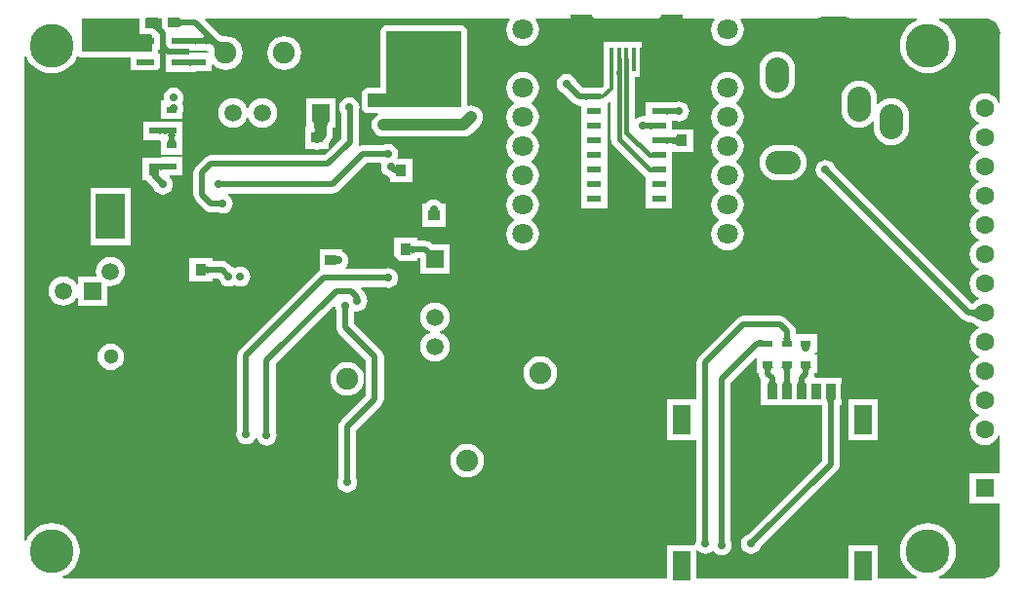
<source format=gbl>
G04*
G04 #@! TF.GenerationSoftware,Altium Limited,Altium Designer,18.1.6 (161)*
G04*
G04 Layer_Physical_Order=4*
G04 Layer_Color=16711680*
%FSLAX25Y25*%
%MOIN*%
G70*
G01*
G75*
G04:AMPARAMS|DCode=25|XSize=60mil|YSize=60mil|CornerRadius=15mil|HoleSize=0mil|Usage=FLASHONLY|Rotation=90.000|XOffset=0mil|YOffset=0mil|HoleType=Round|Shape=RoundedRectangle|*
%AMROUNDEDRECTD25*
21,1,0.06000,0.03000,0,0,90.0*
21,1,0.03000,0.06000,0,0,90.0*
1,1,0.03000,0.01500,0.01500*
1,1,0.03000,0.01500,-0.01500*
1,1,0.03000,-0.01500,-0.01500*
1,1,0.03000,-0.01500,0.01500*
%
%ADD25ROUNDEDRECTD25*%
%ADD26R,0.06000X0.06000*%
%ADD27R,0.03740X0.03937*%
%ADD31R,0.03937X0.03740*%
%ADD32R,0.05906X0.02362*%
%ADD33R,0.03543X0.02362*%
%ADD95C,0.01200*%
%ADD96C,0.02000*%
%ADD99C,0.04000*%
%ADD101R,0.05984X0.05984*%
%ADD102C,0.05984*%
%ADD103C,0.07500*%
%ADD104C,0.05906*%
%ADD105R,0.05906X0.05906*%
%ADD106R,0.05984X0.05984*%
%ADD107C,0.07087*%
%ADD108O,0.08000X0.12000*%
%ADD109O,0.12000X0.08000*%
%ADD110O,0.15000X0.08000*%
%ADD111C,0.15000*%
%ADD112C,0.06299*%
%ADD113R,0.06299X0.06299*%
%ADD114C,0.05118*%
%ADD115C,0.02800*%
%ADD116C,0.02362*%
%ADD117R,0.09843X0.15748*%
%ADD118R,0.01575X0.07874*%
%ADD119R,0.07480X0.07480*%
%ADD120R,0.06142X0.10276*%
%ADD121R,0.03543X0.05315*%
G04:AMPARAMS|DCode=122|XSize=98.43mil|YSize=169.29mil|CornerRadius=24.61mil|HoleSize=0mil|Usage=FLASHONLY|Rotation=180.000|XOffset=0mil|YOffset=0mil|HoleType=Round|Shape=RoundedRectangle|*
%AMROUNDEDRECTD122*
21,1,0.09843,0.12008,0,0,180.0*
21,1,0.04921,0.16929,0,0,180.0*
1,1,0.04921,-0.02461,0.06004*
1,1,0.04921,0.02461,0.06004*
1,1,0.04921,0.02461,-0.06004*
1,1,0.04921,-0.02461,-0.06004*
%
%ADD122ROUNDEDRECTD122*%
%ADD123R,0.04724X0.02362*%
%ADD124C,0.01500*%
G36*
X886772Y467916D02*
X904952D01*
X905173Y467467D01*
X904658Y466796D01*
X904099Y465447D01*
X903909Y464000D01*
X904099Y462553D01*
X904658Y461204D01*
X905546Y460046D01*
X906704Y459158D01*
X908053Y458599D01*
X909500Y458409D01*
X910947Y458599D01*
X912296Y459158D01*
X913453Y460046D01*
X914342Y461204D01*
X914901Y462553D01*
X915091Y464000D01*
X914901Y465447D01*
X914342Y466796D01*
X913827Y467467D01*
X914048Y467916D01*
X974275D01*
X974347Y467434D01*
X972696Y466551D01*
X971250Y465364D01*
X970063Y463918D01*
X969181Y462267D01*
X968637Y460476D01*
X968454Y458614D01*
X968637Y456752D01*
X969181Y454961D01*
X970063Y453311D01*
X971250Y451864D01*
X972696Y450677D01*
X974347Y449795D01*
X976138Y449252D01*
X978000Y449068D01*
X979862Y449252D01*
X981653Y449795D01*
X983304Y450677D01*
X984750Y451864D01*
X985937Y453311D01*
X986819Y454961D01*
X987363Y456752D01*
X987546Y458614D01*
X987363Y460476D01*
X986819Y462267D01*
X985937Y463918D01*
X984750Y465364D01*
X983304Y466551D01*
X981653Y467434D01*
X981725Y467916D01*
X997235D01*
X997374Y467943D01*
X998649Y467775D01*
X999966Y467230D01*
X1001097Y466362D01*
X1001965Y465231D01*
X1002511Y463913D01*
X1002678Y462638D01*
X1002651Y462500D01*
Y439014D01*
X1002151Y438914D01*
X1001868Y439597D01*
X1001043Y440673D01*
X999967Y441498D01*
X998714Y442017D01*
X997370Y442194D01*
X996026Y442017D01*
X994773Y441498D01*
X993697Y440673D01*
X992872Y439597D01*
X992353Y438344D01*
X992176Y437000D01*
X992353Y435656D01*
X992872Y434403D01*
X993697Y433327D01*
X994773Y432502D01*
X995381Y432250D01*
Y431750D01*
X994773Y431498D01*
X993697Y430673D01*
X992872Y429597D01*
X992353Y428344D01*
X992176Y427000D01*
X992353Y425656D01*
X992872Y424403D01*
X993697Y423327D01*
X994773Y422502D01*
X995381Y422250D01*
Y421750D01*
X994773Y421498D01*
X993697Y420673D01*
X992872Y419597D01*
X992353Y418344D01*
X992176Y417000D01*
X992353Y415656D01*
X992872Y414403D01*
X993697Y413327D01*
X994773Y412502D01*
X995381Y412250D01*
Y411750D01*
X994773Y411498D01*
X993697Y410673D01*
X992872Y409597D01*
X992353Y408344D01*
X992176Y407000D01*
X992353Y405656D01*
X992872Y404403D01*
X993697Y403327D01*
X994773Y402502D01*
X995381Y402250D01*
Y401750D01*
X994773Y401498D01*
X993697Y400673D01*
X992872Y399597D01*
X992353Y398344D01*
X992176Y397000D01*
X992353Y395656D01*
X992872Y394403D01*
X993697Y393327D01*
X994773Y392502D01*
X995381Y392250D01*
Y391750D01*
X994773Y391498D01*
X993697Y390673D01*
X992872Y389597D01*
X992353Y388344D01*
X992176Y387000D01*
X992353Y385656D01*
X992872Y384403D01*
X993697Y383327D01*
X994773Y382502D01*
X995381Y382250D01*
Y381750D01*
X994773Y381498D01*
X993697Y380673D01*
X992872Y379597D01*
X992353Y378344D01*
X992176Y377000D01*
X992353Y375656D01*
X992872Y374403D01*
X993697Y373327D01*
X994773Y372502D01*
X995381Y372250D01*
Y371750D01*
X994773Y371498D01*
X993697Y370673D01*
X993675Y370643D01*
X993520Y370495D01*
X993383Y370380D01*
X993255Y370287D01*
X993135Y370214D01*
X993089Y370190D01*
X946257Y417023D01*
X945970Y417715D01*
X945425Y418425D01*
X944715Y418970D01*
X943888Y419312D01*
X943000Y419429D01*
X942112Y419312D01*
X941285Y418970D01*
X940575Y418425D01*
X940030Y417715D01*
X939688Y416888D01*
X939571Y416000D01*
X939688Y415112D01*
X940030Y414285D01*
X940575Y413575D01*
X941285Y413030D01*
X941977Y412744D01*
X989860Y364860D01*
X989860Y364860D01*
X990487Y364380D01*
X991217Y364077D01*
X992000Y363974D01*
X992361D01*
X992408Y363963D01*
X992607Y363954D01*
X992714Y363941D01*
X992816Y363918D01*
X992918Y363886D01*
X993024Y363843D01*
X993135Y363786D01*
X993255Y363713D01*
X993383Y363620D01*
X993520Y363505D01*
X993675Y363357D01*
X993697Y363327D01*
X994773Y362502D01*
X995381Y362250D01*
Y361750D01*
X994773Y361498D01*
X993697Y360673D01*
X992872Y359597D01*
X992353Y358344D01*
X992176Y357000D01*
X992353Y355656D01*
X992872Y354403D01*
X993697Y353327D01*
X994773Y352502D01*
X995381Y352250D01*
Y351750D01*
X994773Y351498D01*
X993697Y350673D01*
X992872Y349597D01*
X992353Y348344D01*
X992176Y347000D01*
X992353Y345656D01*
X992872Y344403D01*
X993697Y343327D01*
X994773Y342502D01*
X995381Y342250D01*
Y341750D01*
X994773Y341498D01*
X993697Y340673D01*
X992872Y339597D01*
X992353Y338344D01*
X992176Y337000D01*
X992353Y335656D01*
X992872Y334403D01*
X993697Y333327D01*
X994773Y332502D01*
X995381Y332250D01*
Y331750D01*
X994773Y331498D01*
X993697Y330673D01*
X992872Y329597D01*
X992353Y328344D01*
X992176Y327000D01*
X992353Y325656D01*
X992872Y324403D01*
X993697Y323327D01*
X994773Y322502D01*
X996026Y321983D01*
X997370Y321806D01*
X998714Y321983D01*
X999967Y322502D01*
X1001043Y323327D01*
X1001868Y324403D01*
X1002151Y325086D01*
X1002651Y324986D01*
Y312595D01*
X1002520Y312150D01*
X1002151Y312150D01*
X992220D01*
Y301850D01*
X1002151D01*
X1002520Y301850D01*
X1002651Y301405D01*
Y281843D01*
X1002616Y281665D01*
X1002616D01*
X1002596Y281172D01*
X1002475Y280251D01*
X1001930Y278934D01*
X1001062Y277803D01*
X999931Y276935D01*
X998613Y276389D01*
X997338Y276221D01*
X997200Y276249D01*
X981906D01*
X981781Y276749D01*
X983304Y277563D01*
X984750Y278750D01*
X985937Y280196D01*
X986819Y281847D01*
X987363Y283638D01*
X987546Y285500D01*
X987363Y287362D01*
X986819Y289153D01*
X985937Y290804D01*
X984750Y292250D01*
X983304Y293437D01*
X981653Y294319D01*
X979862Y294863D01*
X978000Y295046D01*
X976138Y294863D01*
X974347Y294319D01*
X972696Y293437D01*
X971250Y292250D01*
X970063Y290804D01*
X969181Y289153D01*
X968637Y287362D01*
X968454Y285500D01*
X968637Y283638D01*
X969181Y281847D01*
X970063Y280196D01*
X971250Y278750D01*
X972696Y277563D01*
X974219Y276749D01*
X974094Y276249D01*
X960968D01*
Y287610D01*
X950827D01*
Y276249D01*
X898843D01*
Y285708D01*
X899343Y285878D01*
X899575Y285575D01*
X900285Y285030D01*
X901112Y284687D01*
X902000Y284571D01*
X902888Y284687D01*
X903715Y285030D01*
X904425Y285575D01*
X904691D01*
X905075Y285075D01*
X905785Y284530D01*
X906612Y284188D01*
X907500Y284071D01*
X908388Y284188D01*
X909215Y284530D01*
X909925Y285075D01*
X910470Y285785D01*
X910812Y286612D01*
X910929Y287500D01*
X910812Y288388D01*
X910526Y289079D01*
Y343247D01*
X919022Y351743D01*
X919484Y351552D01*
Y348634D01*
X919476Y348611D01*
X919484Y348477D01*
Y348467D01*
X919457Y348331D01*
X919484Y348194D01*
Y346319D01*
X920216D01*
X920217Y346290D01*
X920234Y346213D01*
X920333Y345461D01*
X920635Y344731D01*
X920984Y344276D01*
Y343038D01*
X920957Y342901D01*
X920982Y342773D01*
X920973Y342643D01*
X920984Y342611D01*
Y335598D01*
X941716D01*
X941717Y335570D01*
X941730Y335511D01*
Y316509D01*
X916477Y291256D01*
X915785Y290970D01*
X915075Y290425D01*
X914530Y289715D01*
X914188Y288888D01*
X914071Y288000D01*
X914188Y287112D01*
X914530Y286285D01*
X915075Y285575D01*
X915785Y285030D01*
X916612Y284687D01*
X917500Y284571D01*
X918388Y284687D01*
X919215Y285030D01*
X919925Y285575D01*
X920470Y286285D01*
X920757Y286977D01*
X946896Y313116D01*
X946896Y313116D01*
X947376Y313743D01*
X947679Y314473D01*
X947782Y315256D01*
Y335511D01*
X947795Y335570D01*
X947795Y335598D01*
X948528D01*
Y337474D01*
X948555Y337610D01*
X948528Y337747D01*
Y337756D01*
X948535Y337890D01*
X948528Y337913D01*
Y344913D01*
X939488D01*
X939154Y345413D01*
X939179Y345473D01*
X939274Y346195D01*
X939295Y346290D01*
X939295Y346319D01*
X940028D01*
Y348194D01*
X940055Y348331D01*
X940028Y348467D01*
Y348477D01*
X940035Y348611D01*
X940028Y348634D01*
Y352681D01*
X939464D01*
X939222Y353137D01*
X939421Y353468D01*
X940028D01*
Y359830D01*
X932796D01*
X932795Y359859D01*
X932782Y359918D01*
Y360744D01*
X932679Y361527D01*
X932377Y362257D01*
X931896Y362883D01*
X931896Y362883D01*
X929640Y365140D01*
X929013Y365620D01*
X928283Y365923D01*
X927500Y366026D01*
X915000D01*
X915000Y366026D01*
X914217Y365923D01*
X913487Y365620D01*
X912860Y365140D01*
X912860Y365140D01*
X899860Y352140D01*
X899380Y351513D01*
X899077Y350783D01*
X898974Y350000D01*
Y338056D01*
X898843Y337610D01*
X898474Y337610D01*
X888701D01*
Y323335D01*
X898474D01*
X898843Y323335D01*
X898974Y322889D01*
Y289580D01*
X898687Y288888D01*
X898571Y288000D01*
X898573Y287986D01*
X898243Y287610D01*
X888701D01*
Y276249D01*
X682406D01*
X682281Y276749D01*
X683804Y277563D01*
X685250Y278750D01*
X686437Y280196D01*
X687319Y281847D01*
X687863Y283638D01*
X688046Y285500D01*
X687863Y287362D01*
X687319Y289153D01*
X686437Y290804D01*
X685250Y292250D01*
X683804Y293437D01*
X682153Y294319D01*
X680362Y294863D01*
X678500Y295046D01*
X676638Y294863D01*
X674847Y294319D01*
X673197Y293437D01*
X671750Y292250D01*
X670563Y290804D01*
X669681Y289153D01*
X669679Y289148D01*
X669184Y289221D01*
Y454893D01*
X669679Y454967D01*
X669681Y454961D01*
X670563Y453311D01*
X671750Y451864D01*
X673197Y450677D01*
X674847Y449795D01*
X676638Y449252D01*
X678500Y449068D01*
X680362Y449252D01*
X682153Y449795D01*
X683804Y450677D01*
X685250Y451864D01*
X686437Y453311D01*
X687202Y454741D01*
X687217Y454754D01*
X687731Y454898D01*
X687818Y454884D01*
X688220Y454616D01*
X689000Y454461D01*
X705642D01*
Y449556D01*
X715547D01*
Y455918D01*
X715118D01*
X714800Y456304D01*
X714839Y456500D01*
Y457036D01*
X715547D01*
Y458000D01*
X715500D01*
X715547Y458057D01*
Y463398D01*
X714854D01*
X714658Y463228D01*
X714482Y463398D01*
X714390D01*
X714242Y463619D01*
X714171Y463667D01*
X714117Y463734D01*
X713736Y464056D01*
X713461Y464209D01*
X713199Y464384D01*
X713115Y464401D01*
X713040Y464442D01*
X712728Y464478D01*
X712419Y464539D01*
X710539D01*
Y467916D01*
X716231D01*
Y462630D01*
X717453D01*
Y460357D01*
X717500Y460414D01*
X717512Y460022D01*
X717549Y459645D01*
X717611Y459283D01*
X717697Y458937D01*
X717808Y458607D01*
X717943Y458291D01*
X718103Y457991D01*
X718287Y457707D01*
X718457Y457489D01*
X719234Y457538D01*
X719335Y457560D01*
X719407Y457585D01*
X719450Y457614D01*
X719465Y457646D01*
Y457036D01*
X725210D01*
X725308Y457016D01*
X725728Y456819D01*
X725728Y456819D01*
X725728Y456819D01*
X727451D01*
X727483Y456808D01*
X727613Y456817D01*
X727740Y456792D01*
X727877Y456819D01*
X731123D01*
X731260Y456792D01*
X731387Y456817D01*
X731517Y456808D01*
X731986Y456586D01*
X732026Y456435D01*
X731870Y456224D01*
X731696Y456032D01*
X727877D01*
X727740Y456059D01*
X727702Y456052D01*
X727665Y456058D01*
X727556Y456032D01*
X725728D01*
Y456032D01*
X725270Y455930D01*
X725210Y455918D01*
X719465D01*
Y455308D01*
X719450Y455340D01*
X719407Y455369D01*
X719335Y455394D01*
X719234Y455416D01*
X719104Y455435D01*
X718758Y455462D01*
X718023Y455477D01*
Y455918D01*
X717453D01*
Y449556D01*
X725210D01*
X725346Y449528D01*
X725483Y449556D01*
X727358D01*
X727358Y449556D01*
X727740Y449643D01*
X727877Y449670D01*
X733271D01*
Y451939D01*
X733745Y452100D01*
X733899Y451899D01*
X735100Y450977D01*
X736499Y450398D01*
X738000Y450200D01*
X739501Y450398D01*
X740900Y450977D01*
X742101Y451899D01*
X743023Y453100D01*
X743602Y454499D01*
X743800Y456000D01*
X743602Y457501D01*
X743023Y458900D01*
X742101Y460101D01*
X740900Y461023D01*
X739501Y461602D01*
X738000Y461800D01*
X737910Y461788D01*
X737908Y461788D01*
X737543Y461789D01*
X737265Y461806D01*
X737019Y461838D01*
X736804Y461881D01*
X736619Y461934D01*
X736459Y461995D01*
X736323Y462061D01*
X736205Y462132D01*
X736100Y462210D01*
X735931Y462364D01*
X735892Y462387D01*
X730826Y467454D01*
X731017Y467916D01*
X834952D01*
X835173Y467467D01*
X834658Y466796D01*
X834099Y465447D01*
X833909Y464000D01*
X834099Y462553D01*
X834658Y461204D01*
X835546Y460046D01*
X836704Y459158D01*
X838053Y458599D01*
X839500Y458409D01*
X840947Y458599D01*
X842296Y459158D01*
X843454Y460046D01*
X844342Y461204D01*
X844901Y462553D01*
X845091Y464000D01*
X844901Y465447D01*
X844342Y466796D01*
X843827Y467467D01*
X844048Y467916D01*
X863126D01*
Y469228D01*
X863166Y468900D01*
X863286Y468606D01*
X863486Y468347D01*
X863766Y468122D01*
X864126Y467932D01*
X864172Y467916D01*
X885725D01*
X885772Y467932D01*
X886132Y468122D01*
X886412Y468347D01*
X886612Y468606D01*
X886732Y468900D01*
X886772Y469228D01*
Y467916D01*
D02*
G37*
G36*
X722177Y468195D02*
X722236Y468049D01*
X722336Y467920D01*
X722476Y467809D01*
X722656Y467715D01*
X722877Y467637D01*
X723137Y467577D01*
X723436Y467534D01*
X723776Y467509D01*
X724157Y467500D01*
Y465500D01*
X723776Y465491D01*
X723436Y465466D01*
X723137Y465423D01*
X722877Y465363D01*
X722656Y465285D01*
X722476Y465191D01*
X722336Y465079D01*
X722236Y464951D01*
X722177Y464805D01*
X722156Y464642D01*
Y468358D01*
X722177Y468195D01*
D02*
G37*
G36*
X725366Y461354D02*
X725426Y461325D01*
X725526Y461300D01*
X725666Y461278D01*
X725846Y461259D01*
X726626Y461224D01*
X727346Y461217D01*
Y461178D01*
X727740Y461169D01*
Y458831D01*
X727720Y458904D01*
X727660Y458970D01*
X727560Y459028D01*
X727420Y459078D01*
X727240Y459121D01*
X727020Y459155D01*
X726760Y459182D01*
X726600Y459190D01*
X725426Y459109D01*
X725366Y459080D01*
X725346Y459048D01*
Y461386D01*
X725366Y461354D01*
D02*
G37*
G36*
X708500Y462500D02*
X712419D01*
X712800Y462177D01*
Y456500D01*
X689000D01*
Y467916D01*
X708500D01*
Y462500D01*
D02*
G37*
G36*
X732215Y461206D02*
X732880Y461216D01*
X733260Y461217D01*
Y460547D01*
X733783Y460217D01*
X733824Y460117D01*
X734560Y460854D01*
X734803Y460634D01*
X735066Y460438D01*
X735349Y460267D01*
X735653Y460120D01*
X735977Y459997D01*
X736321Y459899D01*
X736686Y459825D01*
X737072Y459775D01*
X737477Y459750D01*
X737904Y459749D01*
X734251Y456096D01*
X734250Y456523D01*
X734225Y456928D01*
X734175Y457314D01*
X734101Y457679D01*
X734003Y458023D01*
X733880Y458347D01*
X733762Y458592D01*
X733558Y458708D01*
X733222Y458863D01*
X732875Y458991D01*
X732516Y459090D01*
X732145Y459160D01*
X732114Y459164D01*
X731980Y459155D01*
X731760Y459121D01*
X731580Y459078D01*
X731440Y459028D01*
X731340Y458970D01*
X731280Y458904D01*
X731260Y458831D01*
Y459326D01*
X729369Y461217D01*
X729735Y461231D01*
X730032Y461274D01*
X730262Y461344D01*
X730422Y461443D01*
X730515Y461571D01*
X730540Y461726D01*
X730496Y461910D01*
X730384Y462122D01*
X730203Y462362D01*
X729955Y462631D01*
X732215Y461206D01*
D02*
G37*
G36*
X727740Y451682D02*
X727720Y451692D01*
X727660Y451701D01*
X727560Y451710D01*
X726874Y451729D01*
X725426Y451628D01*
X725366Y451600D01*
X725346Y451568D01*
Y453906D01*
X725366Y453874D01*
X725426Y453845D01*
X725526Y453820D01*
X725666Y453798D01*
X725846Y453779D01*
X726374Y453755D01*
X727240Y453807D01*
X727420Y453839D01*
X727560Y453875D01*
X727660Y453918D01*
X727720Y453966D01*
X727740Y454020D01*
Y451682D01*
D02*
G37*
G36*
X995121Y364795D02*
X994882Y365024D01*
X994638Y365229D01*
X994388Y365410D01*
X994134Y365566D01*
X993874Y365699D01*
X993608Y365807D01*
X993338Y365892D01*
X993062Y365952D01*
X992780Y365988D01*
X992494Y366000D01*
Y368000D01*
X992780Y368012D01*
X993062Y368048D01*
X993338Y368108D01*
X993608Y368193D01*
X993874Y368301D01*
X994134Y368434D01*
X994388Y368590D01*
X994638Y368771D01*
X994882Y368976D01*
X995121Y369205D01*
Y364795D01*
D02*
G37*
G36*
X930764Y359438D02*
X930825Y358798D01*
X930878Y358538D01*
X930946Y358318D01*
X931030Y358138D01*
X931129Y357998D01*
X931242Y357898D01*
X931372Y357838D01*
X931516Y357818D01*
X927997D01*
X928141Y357838D01*
X928270Y357898D01*
X928384Y357998D01*
X928483Y358138D01*
X928566Y358318D01*
X928635Y358538D01*
X928688Y358798D01*
X928726Y359098D01*
X928749Y359438D01*
X928756Y359818D01*
X930756D01*
X930764Y359438D01*
D02*
G37*
G36*
X921497Y355480D02*
X921478Y355512D01*
X921423Y355541D01*
X921330Y355566D01*
X921201Y355588D01*
X921035Y355607D01*
X920314Y355642D01*
X919649Y355649D01*
Y357649D01*
X920000Y357651D01*
X921330Y357732D01*
X921423Y357757D01*
X921478Y357786D01*
X921497Y357818D01*
Y355480D01*
D02*
G37*
G36*
X937871Y348311D02*
X937742Y348251D01*
X937628Y348151D01*
X937529Y348011D01*
X937446Y347831D01*
X937377Y347611D01*
X937324Y347351D01*
X937286Y347051D01*
X937263Y346711D01*
X937256Y346331D01*
X935256D01*
X935248Y346711D01*
X935188Y347351D01*
X935134Y347611D01*
X935066Y347831D01*
X934982Y348011D01*
X934884Y348151D01*
X934770Y348251D01*
X934641Y348311D01*
X934496Y348331D01*
X938016D01*
X937871Y348311D01*
D02*
G37*
G36*
X931371D02*
X931242Y348251D01*
X931128Y348151D01*
X931029Y348011D01*
X930946Y347831D01*
X930877Y347611D01*
X930824Y347351D01*
X930786Y347051D01*
X930764Y346711D01*
X930756Y346331D01*
X928756D01*
X928748Y346711D01*
X928687Y347351D01*
X928634Y347611D01*
X928566Y347831D01*
X928482Y348011D01*
X928384Y348151D01*
X928270Y348251D01*
X928141Y348311D01*
X927996Y348331D01*
X931516D01*
X931371Y348311D01*
D02*
G37*
G36*
X924871D02*
X924742Y348251D01*
X924628Y348151D01*
X924529Y348011D01*
X924446Y347831D01*
X924377Y347611D01*
X924324Y347351D01*
X924286Y347051D01*
X924263Y346711D01*
X924256Y346331D01*
X922256D01*
X922248Y346711D01*
X922188Y347351D01*
X922134Y347611D01*
X922066Y347831D01*
X921982Y348011D01*
X921884Y348151D01*
X921770Y348251D01*
X921641Y348311D01*
X921496Y348331D01*
X925016D01*
X924871Y348311D01*
D02*
G37*
G36*
X935763Y344404D02*
X935824Y343810D01*
X935877Y343569D01*
X935946Y343365D01*
X936029Y343198D01*
X936128Y343068D01*
X936242Y342976D01*
X936371Y342920D01*
X936516Y342901D01*
X932996D01*
X933141Y342920D01*
X933270Y342976D01*
X933384Y343068D01*
X933482Y343198D01*
X933566Y343365D01*
X933634Y343569D01*
X933687Y343810D01*
X933725Y344088D01*
X933748Y344404D01*
X933756Y344756D01*
X935756D01*
X935763Y344404D01*
D02*
G37*
G36*
X930764Y344521D02*
X930824Y343881D01*
X930877Y343621D01*
X930946Y343401D01*
X931029Y343221D01*
X931128Y343081D01*
X931242Y342981D01*
X931371Y342921D01*
X931516Y342901D01*
X927996D01*
X928141Y342921D01*
X928270Y342981D01*
X928384Y343081D01*
X928482Y343221D01*
X928566Y343401D01*
X928634Y343621D01*
X928687Y343881D01*
X928726Y344181D01*
X928748Y344521D01*
X928756Y344901D01*
X930756D01*
X930764Y344521D01*
D02*
G37*
G36*
X925764Y344394D02*
X925824Y343804D01*
X925877Y343565D01*
X925946Y343362D01*
X926029Y343196D01*
X926128Y343067D01*
X926242Y342975D01*
X926371Y342920D01*
X926516Y342901D01*
X922996D01*
X923141Y342920D01*
X923270Y342975D01*
X923384Y343067D01*
X923482Y343196D01*
X923566Y343362D01*
X923634Y343565D01*
X923687Y343804D01*
X923726Y344081D01*
X923748Y344394D01*
X923756Y344744D01*
X925756D01*
X925764Y344394D01*
D02*
G37*
G36*
X946371Y337590D02*
X946242Y337530D01*
X946128Y337430D01*
X946029Y337290D01*
X945946Y337110D01*
X945877Y336890D01*
X945824Y336630D01*
X945786Y336330D01*
X945763Y335990D01*
X945756Y335610D01*
X943756D01*
X943748Y335990D01*
X943688Y336630D01*
X943634Y336890D01*
X943566Y337110D01*
X943482Y337290D01*
X943384Y337430D01*
X943270Y337530D01*
X943141Y337590D01*
X942996Y337610D01*
X946516D01*
X946371Y337590D01*
D02*
G37*
%LPC*%
G36*
X717453Y457651D02*
Y457036D01*
X718023D01*
Y457443D01*
X717453Y457651D01*
D02*
G37*
G36*
X758000Y461800D02*
X756499Y461602D01*
X755100Y461023D01*
X753899Y460101D01*
X752977Y458900D01*
X752398Y457501D01*
X752200Y456000D01*
X752398Y454499D01*
X752977Y453100D01*
X753899Y451899D01*
X755100Y450977D01*
X756499Y450398D01*
X758000Y450200D01*
X759501Y450398D01*
X760900Y450977D01*
X762101Y451899D01*
X763023Y453100D01*
X763602Y454499D01*
X763800Y456000D01*
X763602Y457501D01*
X763023Y458900D01*
X762101Y460101D01*
X760900Y461023D01*
X759501Y461602D01*
X758000Y461800D01*
D02*
G37*
G36*
X880295Y459753D02*
X867043D01*
Y450027D01*
X867016Y449891D01*
X867026Y449843D01*
X867018Y449795D01*
X867043Y449694D01*
Y447879D01*
X867208D01*
Y444917D01*
X866472Y444181D01*
X861777D01*
X861640Y444208D01*
X861503Y444181D01*
X860098D01*
X857757Y446523D01*
X857470Y447215D01*
X856925Y447925D01*
X856215Y448470D01*
X855388Y448812D01*
X854500Y448929D01*
X853612Y448812D01*
X852785Y448470D01*
X852075Y447925D01*
X851530Y447215D01*
X851188Y446388D01*
X851071Y445500D01*
X851188Y444612D01*
X851530Y443785D01*
X852075Y443075D01*
X852785Y442530D01*
X853477Y442243D01*
X856860Y438860D01*
X857487Y438379D01*
X858217Y438077D01*
X859000Y437974D01*
X859558D01*
X859621Y437961D01*
X859628Y437961D01*
Y432819D01*
Y427819D01*
Y422819D01*
Y417819D01*
Y412819D01*
Y407819D01*
Y402819D01*
X868352D01*
Y407819D01*
Y412819D01*
Y417819D01*
Y422819D01*
Y427819D01*
Y432819D01*
Y438760D01*
X868854Y439146D01*
X869154Y439445D01*
X869616Y439254D01*
Y426535D01*
X869711Y425817D01*
X869988Y425148D01*
X870428Y424574D01*
X880964Y414039D01*
X881538Y413598D01*
X881675Y413541D01*
Y407819D01*
Y402819D01*
X890400D01*
Y407819D01*
Y412819D01*
Y417819D01*
Y422031D01*
X892005D01*
X892142Y422004D01*
X892253Y422026D01*
X892365Y422017D01*
X892412Y422031D01*
X897870D01*
Y429969D01*
X892412D01*
X892365Y429983D01*
X892253Y429974D01*
X892142Y429996D01*
X892005Y429969D01*
X890400D01*
Y432961D01*
X890462Y432974D01*
X891420D01*
X892112Y432688D01*
X893000Y432571D01*
X893888Y432688D01*
X894715Y433030D01*
X895425Y433575D01*
X895970Y434285D01*
X896313Y435112D01*
X896429Y436000D01*
X896313Y436888D01*
X895970Y437715D01*
X895425Y438425D01*
X894715Y438970D01*
X893888Y439313D01*
X893000Y439429D01*
X892112Y439313D01*
X891420Y439026D01*
X890470D01*
X890407Y439039D01*
X890400Y439039D01*
Y439181D01*
X888524D01*
X888388Y439208D01*
X888251Y439181D01*
X881675D01*
Y434680D01*
X881175Y434340D01*
X880500Y434429D01*
X879612Y434312D01*
X878785Y433970D01*
X878222Y433538D01*
X877722Y433738D01*
Y447879D01*
X880295D01*
Y448691D01*
X879549D01*
X879547Y448919D01*
X879505Y449591D01*
X879486Y449699D01*
X879463Y449783D01*
X879436Y449843D01*
X879407Y449879D01*
X879373Y449891D01*
X880295D01*
Y459753D01*
D02*
G37*
G36*
X926500Y456529D02*
X925324Y456413D01*
X924193Y456070D01*
X923150Y455513D01*
X922237Y454763D01*
X921487Y453850D01*
X920930Y452807D01*
X920587Y451676D01*
X920471Y450500D01*
Y446500D01*
X920587Y445324D01*
X920930Y444193D01*
X921487Y443151D01*
X922237Y442237D01*
X923150Y441487D01*
X924193Y440930D01*
X925324Y440587D01*
X926500Y440471D01*
X927676Y440587D01*
X928807Y440930D01*
X929850Y441487D01*
X930763Y442237D01*
X931513Y443151D01*
X932070Y444193D01*
X932413Y445324D01*
X932529Y446500D01*
Y450500D01*
X932413Y451676D01*
X932070Y452807D01*
X931513Y453850D01*
X930763Y454763D01*
X929850Y455513D01*
X928807Y456070D01*
X927676Y456413D01*
X926500Y456529D01*
D02*
G37*
G36*
X750500Y440535D02*
X749197Y440364D01*
X747982Y439861D01*
X746940Y439060D01*
X746139Y438018D01*
X745771Y437127D01*
X745229D01*
X744861Y438018D01*
X744060Y439060D01*
X743018Y439861D01*
X741803Y440364D01*
X740500Y440535D01*
X739197Y440364D01*
X737982Y439861D01*
X736940Y439060D01*
X736139Y438018D01*
X735636Y436803D01*
X735465Y435500D01*
X735636Y434197D01*
X736139Y432982D01*
X736940Y431940D01*
X737982Y431139D01*
X739197Y430636D01*
X740500Y430465D01*
X741803Y430636D01*
X743018Y431139D01*
X744060Y431940D01*
X744861Y432982D01*
X745229Y433873D01*
X745771D01*
X746139Y432982D01*
X746940Y431940D01*
X747982Y431139D01*
X749197Y430636D01*
X750500Y430465D01*
X751803Y430636D01*
X753018Y431139D01*
X754060Y431940D01*
X754861Y432982D01*
X755364Y434197D01*
X755535Y435500D01*
X755364Y436803D01*
X754861Y438018D01*
X754060Y439060D01*
X753018Y439861D01*
X751803Y440364D01*
X750500Y440535D01*
D02*
G37*
G36*
X720200Y444179D02*
X719312Y444063D01*
X718485Y443720D01*
X717775Y443175D01*
X717230Y442465D01*
X716888Y441638D01*
X716771Y440750D01*
X716846Y440181D01*
X716459Y439681D01*
X715728D01*
Y433319D01*
X723272D01*
Y435531D01*
X723513Y436112D01*
X723629Y437000D01*
X723513Y437888D01*
X723272Y438469D01*
Y439281D01*
X723513Y439862D01*
X723629Y440750D01*
X723513Y441638D01*
X723170Y442465D01*
X722625Y443175D01*
X721915Y443720D01*
X721088Y444063D01*
X720200Y444179D01*
D02*
G37*
G36*
X717740Y432559D02*
X717603Y432532D01*
X715396D01*
X715260Y432559D01*
X715123Y432532D01*
X709728D01*
Y426169D01*
X715123D01*
X715260Y426142D01*
X715729Y425836D01*
Y425658D01*
X715702Y425521D01*
X715729Y425385D01*
Y425375D01*
X715721Y425241D01*
X715729Y425219D01*
Y421171D01*
X723272D01*
Y425219D01*
X723280Y425242D01*
X723272Y425377D01*
Y425385D01*
X723299Y425521D01*
X723272Y425658D01*
Y427533D01*
X723271D01*
Y428045D01*
X723298Y428181D01*
X723271Y428318D01*
Y428327D01*
X723279Y428461D01*
X723271Y428484D01*
Y432532D01*
X717876D01*
X717740Y432559D01*
D02*
G37*
G36*
X818500Y465539D02*
X793000D01*
X792220Y465384D01*
X791558Y464942D01*
X791116Y464280D01*
X790961Y463500D01*
Y444039D01*
X786500D01*
X785720Y443884D01*
X785058Y443442D01*
X784616Y442780D01*
X784461Y442000D01*
Y437500D01*
X784616Y436720D01*
X785058Y436058D01*
X785720Y435616D01*
X786500Y435461D01*
X789945D01*
X790044Y434961D01*
X789883Y434894D01*
X789047Y434253D01*
X788406Y433417D01*
X788003Y432444D01*
X787865Y431400D01*
X788003Y430356D01*
X788406Y429383D01*
X789047Y428547D01*
X789883Y427906D01*
X790856Y427503D01*
X791900Y427365D01*
X819298D01*
X819298Y427365D01*
X820342Y427503D01*
X821315Y427906D01*
X822151Y428547D01*
X824802Y431198D01*
X825443Y432034D01*
X825846Y433007D01*
X825983Y434051D01*
X825846Y435095D01*
X825443Y436068D01*
X824802Y436904D01*
X823966Y437545D01*
X822993Y437948D01*
X821949Y438086D01*
X821039Y437966D01*
X820539Y438271D01*
Y463500D01*
X820384Y464280D01*
X819942Y464942D01*
X819280Y465384D01*
X818500Y465539D01*
D02*
G37*
G36*
X954500Y446529D02*
X953324Y446413D01*
X952193Y446070D01*
X951150Y445513D01*
X950237Y444763D01*
X949487Y443850D01*
X948930Y442807D01*
X948587Y441676D01*
X948471Y440500D01*
Y436500D01*
X948587Y435324D01*
X948930Y434193D01*
X949487Y433150D01*
X950237Y432237D01*
X951150Y431487D01*
X952193Y430930D01*
X953324Y430587D01*
X954500Y430471D01*
X955676Y430587D01*
X956807Y430930D01*
X957850Y431487D01*
X958763Y432237D01*
X959000Y432526D01*
X959471Y432357D01*
Y430500D01*
X959587Y429324D01*
X959930Y428193D01*
X960487Y427150D01*
X961237Y426237D01*
X962150Y425487D01*
X963193Y424930D01*
X964324Y424587D01*
X965500Y424471D01*
X966676Y424587D01*
X967807Y424930D01*
X968850Y425487D01*
X969763Y426237D01*
X970513Y427150D01*
X971070Y428193D01*
X971413Y429324D01*
X971529Y430500D01*
Y434500D01*
X971413Y435676D01*
X971070Y436807D01*
X970513Y437850D01*
X969763Y438763D01*
X968850Y439513D01*
X967807Y440070D01*
X966676Y440413D01*
X965500Y440529D01*
X964324Y440413D01*
X963193Y440070D01*
X962150Y439513D01*
X961237Y438763D01*
X961000Y438474D01*
X960529Y438643D01*
Y440500D01*
X960413Y441676D01*
X960070Y442807D01*
X959513Y443850D01*
X958763Y444763D01*
X957850Y445513D01*
X956807Y446070D01*
X955676Y446413D01*
X954500Y446529D01*
D02*
G37*
G36*
X780250Y440929D02*
X779362Y440812D01*
X778535Y440470D01*
X777825Y439925D01*
X777280Y439215D01*
X776937Y438388D01*
X776821Y437500D01*
X776937Y436612D01*
X777280Y435785D01*
X777474Y435533D01*
Y426753D01*
X773540Y422819D01*
X773169Y423155D01*
X773169Y423620D01*
Y425263D01*
X773353Y425447D01*
X773353Y425447D01*
X773994Y426283D01*
X774397Y427256D01*
X774535Y428300D01*
X774535Y428300D01*
Y428473D01*
X774539Y428494D01*
X774548Y429204D01*
X774619Y430364D01*
X774638Y430508D01*
X775492D01*
Y432383D01*
X775519Y432520D01*
X775492Y432656D01*
Y440492D01*
X765508D01*
Y432656D01*
X765481Y432520D01*
X765508Y432383D01*
Y430870D01*
X765232D01*
Y427501D01*
X765166Y427000D01*
X765232Y426499D01*
Y423130D01*
X768091D01*
X768156Y423103D01*
X769200Y422965D01*
X770244Y423103D01*
X770309Y423130D01*
X772669D01*
X773143Y423130D01*
X773479Y422759D01*
X771747Y421026D01*
X733000D01*
X732217Y420923D01*
X731487Y420620D01*
X730860Y420140D01*
X727860Y417140D01*
X727380Y416513D01*
X727077Y415783D01*
X726974Y415000D01*
Y407500D01*
X727077Y406717D01*
X727380Y405987D01*
X727860Y405360D01*
X730860Y402360D01*
X731487Y401880D01*
X732217Y401577D01*
X733000Y401474D01*
X735421D01*
X736112Y401188D01*
X737000Y401071D01*
X737888Y401188D01*
X738715Y401530D01*
X739425Y402075D01*
X739970Y402785D01*
X740312Y403612D01*
X740429Y404500D01*
X740312Y405388D01*
X739970Y406215D01*
X739425Y406925D01*
X738715Y407470D01*
X738704Y407474D01*
X738804Y407974D01*
X774500D01*
X775283Y408077D01*
X776013Y408380D01*
X776640Y408860D01*
X786253Y418474D01*
X790980D01*
X791258Y418058D01*
X791187Y417888D01*
X791071Y417000D01*
X791187Y416112D01*
X791530Y415285D01*
X792075Y414575D01*
X792785Y414030D01*
X793477Y413743D01*
X793660Y413560D01*
X794130Y413200D01*
Y411731D01*
X801870D01*
Y419668D01*
X796963D01*
X796629Y420168D01*
X796812Y420612D01*
X796929Y421500D01*
X796812Y422388D01*
X796470Y423215D01*
X795925Y423925D01*
X795215Y424470D01*
X794388Y424813D01*
X793500Y424929D01*
X792612Y424813D01*
X791921Y424526D01*
X785000D01*
X784217Y424423D01*
X783765Y424235D01*
X783609Y424326D01*
X783382Y424618D01*
X783423Y424717D01*
X783526Y425500D01*
Y436524D01*
X783563Y436612D01*
X783679Y437500D01*
X783563Y438388D01*
X783220Y439215D01*
X782675Y439925D01*
X781965Y440470D01*
X781138Y440812D01*
X780250Y440929D01*
D02*
G37*
G36*
X717740Y420411D02*
X717604Y420384D01*
X715728D01*
X715728Y420384D01*
X715366Y420296D01*
X715227Y420268D01*
X709630D01*
Y412331D01*
X710999D01*
X711360Y411860D01*
X713243Y409977D01*
X713530Y409285D01*
X714075Y408575D01*
X714785Y408030D01*
X715612Y407688D01*
X716500Y407571D01*
X717388Y407688D01*
X718215Y408030D01*
X718925Y408575D01*
X719470Y409285D01*
X719812Y410112D01*
X719929Y411000D01*
X719812Y411888D01*
X719470Y412715D01*
X718925Y413425D01*
X718798Y413522D01*
X718968Y414022D01*
X723272D01*
Y420384D01*
X717877D01*
X717740Y420411D01*
D02*
G37*
G36*
X930500Y424529D02*
X926500D01*
X925324Y424413D01*
X924193Y424070D01*
X923150Y423513D01*
X922237Y422763D01*
X921487Y421849D01*
X920930Y420807D01*
X920587Y419676D01*
X920471Y418500D01*
X920587Y417324D01*
X920930Y416193D01*
X921487Y415150D01*
X922237Y414237D01*
X923150Y413487D01*
X924193Y412930D01*
X925324Y412587D01*
X926500Y412471D01*
X930500D01*
X931676Y412587D01*
X932807Y412930D01*
X933850Y413487D01*
X934763Y414237D01*
X935513Y415150D01*
X936070Y416193D01*
X936413Y417324D01*
X936529Y418500D01*
X936413Y419676D01*
X936070Y420807D01*
X935513Y421849D01*
X934763Y422763D01*
X933850Y423513D01*
X932807Y424070D01*
X931676Y424413D01*
X930500Y424529D01*
D02*
G37*
G36*
X809047Y405929D02*
X808160Y405813D01*
X807333Y405470D01*
X806622Y404925D01*
X806197Y404370D01*
X805231D01*
Y396630D01*
X813169D01*
Y404370D01*
X811898D01*
X811472Y404925D01*
X810762Y405470D01*
X809935Y405813D01*
X809047Y405929D01*
D02*
G37*
G36*
X801358Y392696D02*
X801247Y392674D01*
X801135Y392683D01*
X801088Y392669D01*
X795630D01*
Y386627D01*
X795720Y386514D01*
X795989Y386226D01*
X795630Y386259D01*
Y384732D01*
X801088D01*
X801135Y384717D01*
X801247Y384726D01*
X801358Y384704D01*
X801495Y384732D01*
X803370D01*
Y385661D01*
X803409Y385662D01*
X803465Y385674D01*
X804508D01*
Y380508D01*
X814492D01*
Y390492D01*
X808787D01*
X808440Y390840D01*
X807813Y391320D01*
X807083Y391623D01*
X806300Y391726D01*
X803465D01*
X803409Y391739D01*
X803370Y391740D01*
Y392669D01*
X801495D01*
X801358Y392696D01*
D02*
G37*
G36*
X705521Y409974D02*
X691679D01*
Y390226D01*
X705521D01*
Y409974D01*
D02*
G37*
G36*
X909500Y449591D02*
X908053Y449401D01*
X906704Y448842D01*
X905546Y447954D01*
X904658Y446796D01*
X904099Y445447D01*
X903909Y444000D01*
X904099Y442553D01*
X904658Y441204D01*
X905546Y440047D01*
X906514Y439304D01*
X906548Y439222D01*
Y438778D01*
X906514Y438696D01*
X905546Y437954D01*
X904658Y436796D01*
X904099Y435447D01*
X903909Y434000D01*
X904099Y432553D01*
X904658Y431204D01*
X905546Y430047D01*
X906514Y429304D01*
X906548Y429222D01*
Y428778D01*
X906514Y428696D01*
X905546Y427953D01*
X904658Y426796D01*
X904099Y425447D01*
X903909Y424000D01*
X904099Y422553D01*
X904658Y421204D01*
X905546Y420047D01*
X906514Y419304D01*
X906548Y419222D01*
Y418778D01*
X906514Y418696D01*
X905546Y417953D01*
X904658Y416796D01*
X904099Y415447D01*
X903909Y414000D01*
X904099Y412553D01*
X904658Y411204D01*
X905546Y410046D01*
X906514Y409304D01*
X906548Y409222D01*
Y408778D01*
X906514Y408696D01*
X905546Y407954D01*
X904658Y406796D01*
X904099Y405447D01*
X903909Y404000D01*
X904099Y402553D01*
X904658Y401204D01*
X905546Y400046D01*
X906514Y399304D01*
X906548Y399222D01*
Y398778D01*
X906514Y398696D01*
X905546Y397954D01*
X904658Y396796D01*
X904099Y395447D01*
X903909Y394000D01*
X904099Y392553D01*
X904658Y391204D01*
X905546Y390047D01*
X906704Y389158D01*
X908053Y388599D01*
X909500Y388409D01*
X910947Y388599D01*
X912296Y389158D01*
X913453Y390047D01*
X914342Y391204D01*
X914901Y392553D01*
X915091Y394000D01*
X914901Y395447D01*
X914342Y396796D01*
X913453Y397954D01*
X912486Y398696D01*
X912452Y398778D01*
Y399222D01*
X912486Y399304D01*
X913453Y400046D01*
X914342Y401204D01*
X914901Y402553D01*
X915091Y404000D01*
X914901Y405447D01*
X914342Y406796D01*
X913453Y407954D01*
X912486Y408696D01*
X912452Y408778D01*
Y409222D01*
X912486Y409304D01*
X913453Y410046D01*
X914342Y411204D01*
X914901Y412553D01*
X915091Y414000D01*
X914901Y415447D01*
X914342Y416796D01*
X913453Y417953D01*
X912486Y418696D01*
X912452Y418778D01*
Y419222D01*
X912486Y419304D01*
X913453Y420047D01*
X914342Y421204D01*
X914901Y422553D01*
X915091Y424000D01*
X914901Y425447D01*
X914342Y426796D01*
X913453Y427953D01*
X912486Y428696D01*
X912452Y428778D01*
Y429222D01*
X912486Y429304D01*
X913453Y430047D01*
X914342Y431204D01*
X914901Y432553D01*
X915091Y434000D01*
X914901Y435447D01*
X914342Y436796D01*
X913453Y437954D01*
X912486Y438696D01*
X912452Y438778D01*
Y439222D01*
X912486Y439304D01*
X913453Y440047D01*
X914342Y441204D01*
X914901Y442553D01*
X915091Y444000D01*
X914901Y445447D01*
X914342Y446796D01*
X913453Y447954D01*
X912296Y448842D01*
X910947Y449401D01*
X909500Y449591D01*
D02*
G37*
G36*
X839500D02*
X838053Y449401D01*
X836704Y448842D01*
X835546Y447954D01*
X834658Y446796D01*
X834099Y445447D01*
X833909Y444000D01*
X834099Y442553D01*
X834658Y441204D01*
X835546Y440047D01*
X836514Y439304D01*
X836548Y439222D01*
Y438778D01*
X836514Y438696D01*
X835546Y437954D01*
X834658Y436796D01*
X834099Y435447D01*
X833909Y434000D01*
X834099Y432553D01*
X834658Y431204D01*
X835546Y430047D01*
X836514Y429304D01*
X836548Y429222D01*
Y428778D01*
X836514Y428696D01*
X835546Y427953D01*
X834658Y426796D01*
X834099Y425447D01*
X833909Y424000D01*
X834099Y422553D01*
X834658Y421204D01*
X835546Y420047D01*
X836514Y419304D01*
X836548Y419222D01*
Y418778D01*
X836514Y418696D01*
X835546Y417953D01*
X834658Y416796D01*
X834099Y415447D01*
X833909Y414000D01*
X834099Y412553D01*
X834658Y411204D01*
X835546Y410046D01*
X836514Y409304D01*
X836548Y409222D01*
Y408778D01*
X836514Y408696D01*
X835546Y407954D01*
X834658Y406796D01*
X834099Y405447D01*
X833909Y404000D01*
X834099Y402553D01*
X834658Y401204D01*
X835546Y400046D01*
X836514Y399304D01*
X836548Y399222D01*
Y398778D01*
X836514Y398696D01*
X835546Y397954D01*
X834658Y396796D01*
X834099Y395447D01*
X833909Y394000D01*
X834099Y392553D01*
X834658Y391204D01*
X835546Y390047D01*
X836704Y389158D01*
X838053Y388599D01*
X839500Y388409D01*
X840947Y388599D01*
X842296Y389158D01*
X843454Y390047D01*
X844342Y391204D01*
X844901Y392553D01*
X845091Y394000D01*
X844901Y395447D01*
X844342Y396796D01*
X843454Y397954D01*
X842486Y398696D01*
X842452Y398778D01*
Y399222D01*
X842486Y399304D01*
X843454Y400046D01*
X844342Y401204D01*
X844901Y402553D01*
X845091Y404000D01*
X844901Y405447D01*
X844342Y406796D01*
X843454Y407954D01*
X842486Y408696D01*
X842452Y408778D01*
Y409222D01*
X842486Y409304D01*
X843454Y410046D01*
X844342Y411204D01*
X844901Y412553D01*
X845091Y414000D01*
X844901Y415447D01*
X844342Y416796D01*
X843454Y417953D01*
X842486Y418696D01*
X842452Y418778D01*
Y419222D01*
X842486Y419304D01*
X843454Y420047D01*
X844342Y421204D01*
X844901Y422553D01*
X845091Y424000D01*
X844901Y425447D01*
X844342Y426796D01*
X843454Y427953D01*
X842486Y428696D01*
X842452Y428778D01*
Y429222D01*
X842486Y429304D01*
X843454Y430047D01*
X844342Y431204D01*
X844901Y432553D01*
X845091Y434000D01*
X844901Y435447D01*
X844342Y436796D01*
X843454Y437954D01*
X842486Y438696D01*
X842452Y438778D01*
Y439222D01*
X842486Y439304D01*
X843454Y440047D01*
X844342Y441204D01*
X844901Y442553D01*
X845091Y444000D01*
X844901Y445447D01*
X844342Y446796D01*
X843454Y447954D01*
X842296Y448842D01*
X840947Y449401D01*
X839500Y449591D01*
D02*
G37*
G36*
X731358Y385796D02*
X731248Y385774D01*
X731136Y385783D01*
X731088Y385769D01*
X725630D01*
Y377832D01*
X731088D01*
X731136Y377817D01*
X731248Y377826D01*
X731358Y377804D01*
X731495Y377832D01*
X733370D01*
Y378761D01*
X733410Y378762D01*
X733466Y378774D01*
X735447D01*
X735744Y378477D01*
X736030Y377785D01*
X736575Y377075D01*
X737285Y376530D01*
X738112Y376187D01*
X739000Y376071D01*
X739888Y376187D01*
X740715Y376530D01*
X741000Y376749D01*
X741285Y376530D01*
X742112Y376187D01*
X743000Y376071D01*
X743888Y376187D01*
X744715Y376530D01*
X745425Y377075D01*
X745970Y377785D01*
X746313Y378612D01*
X746429Y379500D01*
X746313Y380388D01*
X745970Y381215D01*
X745425Y381925D01*
X744715Y382470D01*
X743888Y382812D01*
X743000Y382929D01*
X742112Y382812D01*
X741285Y382470D01*
X741000Y382251D01*
X740715Y382470D01*
X740023Y382756D01*
X738840Y383940D01*
X738213Y384420D01*
X737483Y384723D01*
X736700Y384826D01*
X733466D01*
X733410Y384839D01*
X733370Y384840D01*
Y385769D01*
X731495D01*
X731358Y385796D01*
D02*
G37*
G36*
X698600Y386296D02*
X697307Y386125D01*
X696102Y385626D01*
X695068Y384832D01*
X694274Y383798D01*
X693775Y382593D01*
X693605Y381300D01*
X693775Y380007D01*
X693832Y379869D01*
X693554Y379453D01*
X687547D01*
Y376564D01*
X687047Y376464D01*
X686826Y376998D01*
X686032Y378032D01*
X684998Y378826D01*
X683793Y379325D01*
X682500Y379496D01*
X681207Y379325D01*
X680002Y378826D01*
X678968Y378032D01*
X678174Y376998D01*
X677675Y375793D01*
X677504Y374500D01*
X677675Y373207D01*
X678174Y372002D01*
X678968Y370968D01*
X680002Y370174D01*
X681207Y369675D01*
X682500Y369504D01*
X683793Y369675D01*
X684998Y370174D01*
X686032Y370968D01*
X686826Y372002D01*
X687047Y372536D01*
X687547Y372436D01*
Y369547D01*
X697453D01*
Y376076D01*
X697829Y376406D01*
X698600Y376305D01*
X699893Y376475D01*
X701098Y376974D01*
X702132Y377768D01*
X702926Y378802D01*
X703425Y380007D01*
X703595Y381300D01*
X703425Y382593D01*
X702926Y383798D01*
X702132Y384832D01*
X701098Y385626D01*
X699893Y386125D01*
X698600Y386296D01*
D02*
G37*
G36*
X777969Y388870D02*
X770031D01*
Y381639D01*
X769987Y381621D01*
X769360Y381140D01*
X742860Y354640D01*
X742380Y354013D01*
X742077Y353283D01*
X741974Y352500D01*
Y327080D01*
X741687Y326388D01*
X741571Y325500D01*
X741687Y324612D01*
X742030Y323785D01*
X742575Y323075D01*
X743285Y322530D01*
X744112Y322187D01*
X745000Y322071D01*
X745888Y322187D01*
X746715Y322530D01*
X747425Y323075D01*
X747970Y323785D01*
X748164Y324255D01*
X748678Y324187D01*
X748688Y324112D01*
X749030Y323285D01*
X749575Y322575D01*
X750285Y322030D01*
X751112Y321688D01*
X752000Y321571D01*
X752888Y321688D01*
X753715Y322030D01*
X754425Y322575D01*
X754970Y323285D01*
X755312Y324112D01*
X755429Y325000D01*
X755312Y325888D01*
X755026Y326579D01*
Y349504D01*
X774880Y369358D01*
X775408Y369179D01*
X775483Y368612D01*
X775769Y367920D01*
Y362205D01*
X775873Y361422D01*
X776175Y360692D01*
X776656Y360065D01*
X785974Y350747D01*
Y338753D01*
X777361Y330140D01*
X776880Y329513D01*
X776578Y328784D01*
X776475Y328000D01*
Y310591D01*
X776188Y309899D01*
X776071Y309012D01*
X776188Y308124D01*
X776531Y307297D01*
X777076Y306587D01*
X777786Y306042D01*
X778613Y305699D01*
X779500Y305582D01*
X780388Y305699D01*
X781215Y306042D01*
X781925Y306587D01*
X782470Y307297D01*
X782813Y308124D01*
X782930Y309012D01*
X782813Y309899D01*
X782526Y310591D01*
Y326747D01*
X791140Y335360D01*
X791620Y335987D01*
X791923Y336717D01*
X792026Y337500D01*
Y352000D01*
X791923Y352783D01*
X791620Y353513D01*
X791140Y354140D01*
X791140Y354140D01*
X781821Y363458D01*
Y367322D01*
X782321Y367660D01*
X783000Y367571D01*
X783888Y367688D01*
X784715Y368030D01*
X785425Y368575D01*
X785970Y369285D01*
X786312Y370112D01*
X786429Y371000D01*
X786312Y371888D01*
X786011Y372617D01*
X785923Y373283D01*
X785620Y374013D01*
X785140Y374640D01*
X784267Y375512D01*
X784458Y375974D01*
X791995D01*
X792687Y375688D01*
X793574Y375571D01*
X794462Y375688D01*
X795289Y376030D01*
X795999Y376575D01*
X796544Y377285D01*
X796887Y378112D01*
X797004Y379000D01*
X796887Y379888D01*
X796544Y380715D01*
X795999Y381425D01*
X795289Y381970D01*
X794462Y382312D01*
X793574Y382429D01*
X792687Y382312D01*
X791995Y382026D01*
X779031D01*
X778861Y382526D01*
X778925Y382575D01*
X779470Y383285D01*
X779812Y384112D01*
X779929Y385000D01*
X779812Y385888D01*
X779470Y386715D01*
X778925Y387425D01*
X778215Y387970D01*
X777969Y388072D01*
Y388870D01*
D02*
G37*
G36*
X809500Y370535D02*
X808197Y370364D01*
X806982Y369861D01*
X805940Y369060D01*
X805139Y368018D01*
X804636Y366803D01*
X804465Y365500D01*
X804636Y364197D01*
X805139Y362982D01*
X805940Y361940D01*
X806982Y361139D01*
X807873Y360771D01*
Y360229D01*
X806982Y359861D01*
X805940Y359060D01*
X805139Y358018D01*
X804636Y356803D01*
X804465Y355500D01*
X804636Y354197D01*
X805139Y352982D01*
X805940Y351940D01*
X806982Y351139D01*
X808197Y350636D01*
X809500Y350465D01*
X810803Y350636D01*
X812018Y351139D01*
X813060Y351940D01*
X813861Y352982D01*
X814364Y354197D01*
X814535Y355500D01*
X814364Y356803D01*
X813861Y358018D01*
X813060Y359060D01*
X812018Y359861D01*
X811127Y360229D01*
Y360771D01*
X812018Y361139D01*
X813060Y361940D01*
X813861Y362982D01*
X814364Y364197D01*
X814535Y365500D01*
X814364Y366803D01*
X813861Y368018D01*
X813060Y369060D01*
X812018Y369861D01*
X810803Y370364D01*
X809500Y370535D01*
D02*
G37*
G36*
X698700Y356598D02*
X697510Y356442D01*
X696401Y355982D01*
X695448Y355252D01*
X694718Y354299D01*
X694258Y353190D01*
X694102Y352000D01*
X694258Y350810D01*
X694718Y349701D01*
X695448Y348748D01*
X696401Y348018D01*
X697510Y347558D01*
X698700Y347402D01*
X699890Y347558D01*
X700999Y348018D01*
X701952Y348748D01*
X702682Y349701D01*
X703142Y350810D01*
X703298Y352000D01*
X703142Y353190D01*
X702682Y354299D01*
X701952Y355252D01*
X700999Y355982D01*
X699890Y356442D01*
X698700Y356598D01*
D02*
G37*
G36*
X845500Y352300D02*
X843999Y352102D01*
X842600Y351523D01*
X841399Y350601D01*
X840477Y349400D01*
X839898Y348001D01*
X839700Y346500D01*
X839898Y344999D01*
X840477Y343600D01*
X841399Y342399D01*
X842600Y341477D01*
X843999Y340898D01*
X845500Y340700D01*
X847001Y340898D01*
X848400Y341477D01*
X849601Y342399D01*
X850523Y343600D01*
X851102Y344999D01*
X851300Y346500D01*
X851102Y348001D01*
X850523Y349400D01*
X849601Y350601D01*
X848400Y351523D01*
X847001Y352102D01*
X845500Y352300D01*
D02*
G37*
G36*
X779500Y350300D02*
X777999Y350102D01*
X776600Y349523D01*
X775399Y348601D01*
X774477Y347400D01*
X773898Y346001D01*
X773700Y344500D01*
X773898Y342999D01*
X774477Y341600D01*
X775399Y340399D01*
X776600Y339477D01*
X777999Y338898D01*
X779500Y338700D01*
X781001Y338898D01*
X782400Y339477D01*
X783601Y340399D01*
X784523Y341600D01*
X785102Y342999D01*
X785300Y344500D01*
X785102Y346001D01*
X784523Y347400D01*
X783601Y348601D01*
X782400Y349523D01*
X781001Y350102D01*
X779500Y350300D01*
D02*
G37*
G36*
X960968Y337610D02*
X950827D01*
Y323335D01*
X960968D01*
Y337610D01*
D02*
G37*
G36*
X820500Y322300D02*
X818999Y322102D01*
X817600Y321523D01*
X816399Y320601D01*
X815477Y319400D01*
X814898Y318001D01*
X814700Y316500D01*
X814898Y314999D01*
X815477Y313600D01*
X816399Y312399D01*
X817600Y311477D01*
X818999Y310898D01*
X820500Y310700D01*
X822001Y310898D01*
X823400Y311477D01*
X824601Y312399D01*
X825523Y313600D01*
X826102Y314999D01*
X826300Y316500D01*
X826102Y318001D01*
X825523Y319400D01*
X824601Y320601D01*
X823400Y321523D01*
X822001Y322102D01*
X820500Y322300D01*
D02*
G37*
%LPD*%
G36*
X870573Y449879D02*
X870543Y449843D01*
X870517Y449783D01*
X870494Y449699D01*
X870475Y449591D01*
X870459Y449459D01*
X870438Y449123D01*
X870431Y448691D01*
X869231D01*
X869229Y448919D01*
X869187Y449591D01*
X869168Y449699D01*
X869145Y449783D01*
X869118Y449843D01*
X869089Y449879D01*
X869055Y449891D01*
X870606D01*
X870573Y449879D01*
D02*
G37*
G36*
X875719Y449876D02*
X875715Y449831D01*
X875708Y449651D01*
X875699Y448391D01*
X874199D01*
X874173Y449891D01*
X875724D01*
X875719Y449876D01*
D02*
G37*
G36*
X873160D02*
X873156Y449831D01*
X873149Y449651D01*
X873140Y448391D01*
X871640D01*
X871614Y449891D01*
X873165D01*
X873160Y449876D01*
D02*
G37*
G36*
X864737Y441687D02*
X864815Y441669D01*
X864930Y441653D01*
X865274Y441627D01*
X866328Y441608D01*
Y441660D01*
X866335Y441648D01*
X866355Y441638D01*
X866389Y441629D01*
X866436Y441621D01*
X866496Y441615D01*
X866758Y441602D01*
X867000Y441600D01*
Y440400D01*
X866872Y440399D01*
X866389Y440371D01*
X866355Y440362D01*
X866335Y440352D01*
X866328Y440340D01*
Y440376D01*
X864697Y440293D01*
Y441708D01*
X864737Y441687D01*
D02*
G37*
G36*
X861640Y439831D02*
X861620Y439863D01*
X861560Y439892D01*
X861460Y439917D01*
X861320Y439939D01*
X861140Y439958D01*
X860360Y439993D01*
X859640Y440000D01*
Y442000D01*
X860020Y442002D01*
X861560Y442108D01*
X861620Y442137D01*
X861640Y442169D01*
Y439831D01*
D02*
G37*
G36*
X888408Y437137D02*
X888468Y437108D01*
X888568Y437083D01*
X888708Y437061D01*
X888888Y437042D01*
X889668Y437007D01*
X890388Y437000D01*
Y435000D01*
X890008Y434998D01*
X888468Y434892D01*
X888408Y434863D01*
X888388Y434831D01*
Y437169D01*
X888408Y437137D01*
D02*
G37*
G36*
X883687Y429831D02*
X883667Y429863D01*
X883607Y429892D01*
X883507Y429917D01*
X883367Y429939D01*
X883187Y429958D01*
X882407Y429993D01*
X881687Y430000D01*
Y432000D01*
X882067Y432002D01*
X883607Y432108D01*
X883667Y432137D01*
X883687Y432169D01*
Y429831D01*
D02*
G37*
G36*
X892142Y424044D02*
X892122Y424225D01*
X892062Y424388D01*
X891962Y424531D01*
X891822Y424656D01*
X891642Y424761D01*
X891422Y424847D01*
X891162Y424914D01*
X890862Y424962D01*
X890522Y424990D01*
X890179Y424999D01*
X890008Y424998D01*
X888468Y424892D01*
X888408Y424863D01*
X888388Y424831D01*
Y427169D01*
X888408Y427137D01*
X888468Y427108D01*
X888568Y427083D01*
X888708Y427061D01*
X888888Y427042D01*
X889668Y427007D01*
X890209Y427002D01*
X890522Y427010D01*
X890862Y427038D01*
X891162Y427086D01*
X891422Y427153D01*
X891642Y427239D01*
X891822Y427344D01*
X891962Y427469D01*
X892062Y427612D01*
X892122Y427775D01*
X892142Y427956D01*
Y424044D01*
D02*
G37*
G36*
X883687Y420238D02*
X883680Y420240D01*
X883657Y420242D01*
X883497Y420247D01*
X882925Y420250D01*
Y421750D01*
X883687Y421762D01*
Y420238D01*
D02*
G37*
G36*
Y415238D02*
X883680Y415240D01*
X883657Y415242D01*
X883497Y415247D01*
X882925Y415250D01*
Y416750D01*
X883687Y416762D01*
Y415238D01*
D02*
G37*
G36*
X717740Y428181D02*
X721259D01*
X721115Y428161D01*
X720986Y428101D01*
X720872Y428001D01*
X720773Y427861D01*
X720689Y427681D01*
X720621Y427461D01*
X720568Y427201D01*
X720530Y426902D01*
X720568Y426501D01*
X720621Y426241D01*
X720690Y426021D01*
X720773Y425841D01*
X720872Y425701D01*
X720986Y425601D01*
X721116Y425541D01*
X721260Y425521D01*
X717741D01*
X717885Y425541D01*
X718014Y425601D01*
X718128Y425701D01*
X718226Y425841D01*
X718310Y426021D01*
X718378Y426241D01*
X718431Y426501D01*
X718469Y426801D01*
X718431Y427201D01*
X718378Y427461D01*
X718310Y427681D01*
X718226Y427861D01*
X718127Y428001D01*
X718013Y428101D01*
X717884Y428161D01*
X717740Y428181D01*
X717720Y428214D01*
X717660Y428242D01*
X717560Y428268D01*
X717420Y428290D01*
X717240Y428308D01*
X716669Y428334D01*
X715340Y428242D01*
X715280Y428214D01*
X715260Y428181D01*
Y430520D01*
X715280Y430487D01*
X715340Y430459D01*
X715440Y430433D01*
X715580Y430411D01*
X715760Y430393D01*
X716331Y430367D01*
X717660Y430459D01*
X717720Y430487D01*
X717740Y430520D01*
Y428181D01*
D02*
G37*
G36*
X818500Y437500D02*
X786500D01*
Y442000D01*
X793000D01*
Y463500D01*
X818500D01*
Y437500D01*
D02*
G37*
G36*
X773294Y432480D02*
X773127Y432360D01*
X772980Y432160D01*
X772853Y431880D01*
X772745Y431520D01*
X772657Y431080D01*
X772588Y430560D01*
X772510Y429280D01*
X772500Y428520D01*
X768500D01*
X768490Y429280D01*
X768343Y431080D01*
X768255Y431520D01*
X768147Y431880D01*
X768020Y432160D01*
X767873Y432360D01*
X767706Y432480D01*
X767520Y432520D01*
X773480D01*
X773294Y432480D01*
D02*
G37*
G36*
X717740Y416034D02*
X717720Y416066D01*
X717660Y416095D01*
X717560Y416120D01*
X717420Y416142D01*
X717240Y416161D01*
X716825Y416180D01*
X716635Y416163D01*
X716334Y416113D01*
X716072Y416043D01*
X715851Y415953D01*
X715670Y415843D01*
X715529Y415713D01*
X715428Y415563D01*
X715367Y415393D01*
X715346Y415203D01*
X715358Y418257D01*
X715378Y418246D01*
X715438Y418237D01*
X715538Y418229D01*
X716213Y418211D01*
X717660Y418311D01*
X717720Y418340D01*
X717740Y418372D01*
Y416034D01*
D02*
G37*
G36*
X801378Y390475D02*
X801438Y390312D01*
X801538Y390169D01*
X801678Y390044D01*
X801858Y389939D01*
X802078Y389853D01*
X802338Y389786D01*
X802638Y389738D01*
X802978Y389710D01*
X803358Y389700D01*
Y387700D01*
X802978Y387690D01*
X802638Y387662D01*
X802338Y387614D01*
X802078Y387547D01*
X801858Y387461D01*
X801678Y387356D01*
X801538Y387231D01*
X801438Y387088D01*
X801378Y386925D01*
X801358Y386743D01*
Y390656D01*
X801378Y390475D01*
D02*
G37*
G36*
X731379Y383575D02*
X731438Y383412D01*
X731538Y383269D01*
X731678Y383144D01*
X731858Y383039D01*
X732079Y382953D01*
X732338Y382886D01*
X732639Y382838D01*
X732978Y382810D01*
X733358Y382800D01*
Y380800D01*
X732978Y380790D01*
X732639Y380762D01*
X732338Y380714D01*
X732079Y380647D01*
X731858Y380561D01*
X731678Y380456D01*
X731538Y380331D01*
X731438Y380188D01*
X731379Y380025D01*
X731358Y379843D01*
Y383756D01*
X731379Y383575D01*
D02*
G37*
D25*
X700500Y449201D02*
D03*
D26*
Y461799D02*
D03*
D27*
X691500Y459200D02*
D03*
Y451800D02*
D03*
X713500Y416300D02*
D03*
Y423700D02*
D03*
X799500Y388700D02*
D03*
Y381300D02*
D03*
X729500Y381800D02*
D03*
Y389200D02*
D03*
X798000Y415700D02*
D03*
Y408300D02*
D03*
X894000Y426000D02*
D03*
Y418600D02*
D03*
D31*
X720200Y466500D02*
D03*
X712800D02*
D03*
X761800Y427000D02*
D03*
X769200D02*
D03*
X809200Y400500D02*
D03*
X801800D02*
D03*
X774000Y385000D02*
D03*
X766600D02*
D03*
D32*
X710595Y460217D02*
D03*
Y452737D02*
D03*
X722405D02*
D03*
Y456477D02*
D03*
Y460217D02*
D03*
D33*
X729499Y452851D02*
D03*
X729500Y460000D02*
D03*
X719500Y436500D02*
D03*
X719499Y429351D02*
D03*
X713500D02*
D03*
X713500Y436500D02*
D03*
X719500Y417203D02*
D03*
X719500Y424352D02*
D03*
X923256Y349500D02*
D03*
X923256Y356649D02*
D03*
X929756Y349500D02*
D03*
X929756Y356649D02*
D03*
X936256Y349500D02*
D03*
X936256Y356649D02*
D03*
D95*
X883000Y441000D02*
X886037D01*
X880149Y443851D02*
X883000Y441000D01*
X880149Y443851D02*
Y453816D01*
X863990Y441000D02*
X867000D01*
X869831Y443831D01*
Y453816D01*
D96*
X785000Y421500D02*
X793500D01*
X794500Y417000D02*
X795800Y415700D01*
X949756Y340256D02*
X955756D01*
X765000Y385000D02*
X771500Y391500D01*
X943000Y416000D02*
X992000Y367000D01*
X997370D01*
X828500Y431700D02*
Y434500D01*
X824826Y428026D02*
X828500Y431700D01*
X805100Y408300D02*
X824826Y428026D01*
X798000Y408300D02*
X805100D01*
X780500Y425500D02*
Y437250D01*
X773000Y418000D02*
X780500Y425500D01*
X733000Y418000D02*
X773000D01*
X730000Y415000D02*
X733000Y418000D01*
X774500Y411000D02*
X785000Y421500D01*
X735500Y411000D02*
X774500D01*
X780250Y437500D02*
X780500Y437250D01*
X730000Y407500D02*
Y415000D01*
Y407500D02*
X733000Y404500D01*
X737000D01*
X700500Y461799D02*
X702082Y460217D01*
X697901Y459200D02*
X700500Y461799D01*
X799500Y381300D02*
X805300Y375500D01*
X713500Y414000D02*
X716500Y411000D01*
X713500Y414000D02*
Y416300D01*
X854500Y445500D02*
X859000Y441000D01*
X863990D01*
X734500Y362500D02*
Y362515D01*
X723758Y373257D02*
X734500Y362515D01*
X795800Y415700D02*
X798000D01*
X793574Y387226D02*
X799500Y381300D01*
X789300Y391500D02*
X793574Y387226D01*
Y396074D02*
X798000Y400500D01*
X793574Y387226D02*
Y396074D01*
X752000Y385000D02*
X765000D01*
X771500Y391500D02*
X789300D01*
X798000Y400500D02*
Y408300D01*
Y400500D02*
X801800D01*
X750000Y387000D02*
X752000Y385000D01*
X774000D02*
X776500D01*
X783000Y371000D02*
Y372500D01*
X781000Y374500D02*
X783000Y372500D01*
X775742Y374500D02*
X781000D01*
X752000Y350758D02*
X775742Y374500D01*
X752000Y325000D02*
Y350758D01*
X771500Y379000D02*
X793574D01*
X745000Y352500D02*
X771500Y379000D01*
X745000Y325500D02*
Y352500D01*
X778795Y362205D02*
Y369500D01*
Y362205D02*
X789000Y352000D01*
Y337500D02*
Y352000D01*
X779500Y328000D02*
X789000Y337500D01*
X779500Y309012D02*
Y328000D01*
X900000Y444500D02*
X909500Y454000D01*
X900000Y436000D02*
Y444500D01*
X696000Y459200D02*
X697901D01*
X691500D02*
X696000D01*
X859903Y340903D02*
Y346989D01*
X845500Y326500D02*
X859903Y340903D01*
X723758Y373257D02*
Y381500D01*
X710000Y359500D02*
X723758Y373257D01*
Y381500D02*
Y387258D01*
X725700Y389200D01*
X729500D01*
X747800D02*
X750000Y387000D01*
X729500Y389200D02*
X747800D01*
X936256Y355000D02*
Y356649D01*
X799500Y388700D02*
X806300D01*
X809500Y385500D01*
X736700Y381800D02*
X739000Y379500D01*
X729500Y381800D02*
X736700D01*
X722405Y460217D02*
X733783D01*
X714403Y417203D02*
X719500D01*
X713500Y416300D02*
X714403Y417203D01*
X880500Y431000D02*
X886037D01*
Y436000D02*
X893000D01*
X895000Y441000D02*
X900000Y436000D01*
X886037Y441000D02*
X895000D01*
X900000Y421000D02*
Y436000D01*
X897600Y418600D02*
X900000Y421000D01*
X700500Y449201D02*
X715295D01*
X716500Y450406D01*
X710595Y444500D02*
X715295Y449201D01*
X716500Y450406D02*
Y458000D01*
X713200Y424000D02*
X713500Y423700D01*
X710595Y424000D02*
X713200D01*
X706500Y428094D02*
X710595Y424000D01*
X706500Y428094D02*
Y440500D01*
X710595D01*
X706500D02*
Y444500D01*
X710595D01*
Y440500D02*
X713500Y437594D01*
Y436500D02*
Y437594D01*
X713500Y429351D02*
X719499D01*
Y424353D02*
X719500Y424352D01*
X719499Y424353D02*
Y429351D01*
X691500Y451800D02*
X694099Y449201D01*
X700500D01*
X702082Y460217D02*
X710595D01*
X718023Y456477D02*
X722405D01*
X716500Y458000D02*
X718023Y456477D01*
X716500Y458000D02*
Y462800D01*
X712800Y466500D02*
X716500Y462800D01*
X720200Y466500D02*
X727500D01*
X733783Y460217D01*
X729385Y452737D02*
X729499Y452851D01*
X722405Y452737D02*
X729385D01*
X733783Y460217D02*
X738000Y456000D01*
X894000Y418600D02*
X897600D01*
X886037Y426000D02*
X894000D01*
X929756Y356649D02*
Y360744D01*
X927500Y363000D02*
X929756Y360744D01*
X915000Y363000D02*
X927500D01*
X902000Y350000D02*
X915000Y363000D01*
X902000Y288000D02*
Y350000D01*
X919649Y356649D02*
X923256D01*
X907500Y344500D02*
X919649Y356649D01*
X907500Y287500D02*
Y344500D01*
X924756Y340256D02*
Y344744D01*
X923256Y346244D02*
X924756Y344744D01*
X923256Y346244D02*
Y349500D01*
X936256Y346256D02*
Y349500D01*
X934756Y344756D02*
X936256Y346256D01*
X934756Y340256D02*
Y344756D01*
X929756Y340256D02*
Y349500D01*
X944756Y315256D02*
Y340256D01*
X917500Y288000D02*
X944756Y315256D01*
D99*
X791900Y431400D02*
X819298D01*
X821949Y434051D01*
X799500Y344500D02*
X817500Y326500D01*
X845500D01*
X805300Y375500D02*
X809500D01*
X804500D02*
X805300D01*
X799500Y370500D02*
X804500Y375500D01*
X799500Y344500D02*
Y370500D01*
X760500Y442000D02*
X771500Y453000D01*
X760500Y435500D02*
Y442000D01*
X771500Y453000D02*
X781000D01*
X760500Y428300D02*
Y435500D01*
Y428300D02*
X761800Y427000D01*
X770500Y428300D02*
Y435500D01*
X769200Y427000D02*
X770500Y428300D01*
X847898Y454000D02*
X859398Y465500D01*
X839500Y454000D02*
X847898D01*
X926500Y464500D02*
X946000D01*
X916000Y454000D02*
X926500Y464500D01*
X909500Y454000D02*
X916000D01*
X902000D02*
X909500D01*
X890500Y465500D02*
X902000Y454000D01*
X859398Y465500D02*
X890500D01*
D101*
X770500Y435500D02*
D03*
D102*
X760500D02*
D03*
X750500D02*
D03*
X740500D02*
D03*
X809500Y375500D02*
D03*
Y365500D02*
D03*
Y355500D02*
D03*
D103*
X758000Y456000D02*
D03*
X738000D02*
D03*
X779500Y344500D02*
D03*
X799500D02*
D03*
X845500Y346500D02*
D03*
Y326500D02*
D03*
X820500Y316500D02*
D03*
Y296500D02*
D03*
D104*
X682500Y374500D02*
D03*
X698600Y381300D02*
D03*
D105*
X692500Y374500D02*
D03*
D106*
X809500Y385500D02*
D03*
D107*
X909500Y394000D02*
D03*
Y404000D02*
D03*
Y414000D02*
D03*
Y424000D02*
D03*
Y434000D02*
D03*
Y444000D02*
D03*
Y454000D02*
D03*
Y464000D02*
D03*
X839500D02*
D03*
Y454000D02*
D03*
Y444000D02*
D03*
Y434000D02*
D03*
Y424000D02*
D03*
Y414000D02*
D03*
Y404000D02*
D03*
Y394000D02*
D03*
D108*
X965500Y432500D02*
D03*
X954500Y438500D02*
D03*
X926500Y448500D02*
D03*
D109*
X928500Y418500D02*
D03*
D110*
X946000Y464500D02*
D03*
D111*
X678500Y285500D02*
D03*
Y458614D02*
D03*
X978000D02*
D03*
Y285500D02*
D03*
D112*
X997370Y437000D02*
D03*
Y427000D02*
D03*
Y417000D02*
D03*
Y407000D02*
D03*
Y397000D02*
D03*
Y387000D02*
D03*
Y377000D02*
D03*
Y367000D02*
D03*
Y357000D02*
D03*
Y347000D02*
D03*
Y337000D02*
D03*
Y327000D02*
D03*
Y317000D02*
D03*
D113*
Y307000D02*
D03*
D114*
X698700Y352000D02*
D03*
D115*
X791900Y431400D02*
D03*
X793500Y421500D02*
D03*
X794500Y417000D02*
D03*
X795327Y439500D02*
D03*
X791500D02*
D03*
X788000D02*
D03*
X951500Y342500D02*
D03*
X954500Y354113D02*
D03*
X977000Y354000D02*
D03*
X960500Y354113D02*
D03*
X966000D02*
D03*
X971341Y354000D02*
D03*
X977000Y342500D02*
D03*
X971341D02*
D03*
X966000D02*
D03*
X960500D02*
D03*
X943000Y416000D02*
D03*
X828500Y434500D02*
D03*
X737000Y404500D02*
D03*
X735500Y411000D02*
D03*
X780250Y437500D02*
D03*
X795327Y443500D02*
D03*
X743000Y379500D02*
D03*
X720200Y440750D02*
D03*
X821949Y434051D02*
D03*
X716500Y411000D02*
D03*
X854500Y445500D02*
D03*
X696000Y330472D02*
D03*
Y336000D02*
D03*
Y325500D02*
D03*
X701000Y330500D02*
D03*
Y325500D02*
D03*
Y336000D02*
D03*
X776500Y385000D02*
D03*
X745000Y325500D02*
D03*
X752000Y325000D02*
D03*
X710000Y359500D02*
D03*
X723758Y381500D02*
D03*
X936256Y355000D02*
D03*
X700500Y459200D02*
D03*
Y463000D02*
D03*
X696000Y459200D02*
D03*
Y463000D02*
D03*
X691500D02*
D03*
Y459200D02*
D03*
X720200Y437000D02*
D03*
X880500Y431000D02*
D03*
X893000Y436000D02*
D03*
X734500Y362500D02*
D03*
X739000Y379500D02*
D03*
X750000Y387000D02*
D03*
X710595Y444500D02*
D03*
X706500D02*
D03*
Y440500D02*
D03*
X710595D02*
D03*
X793574Y379000D02*
D03*
X778795Y369500D02*
D03*
X783000Y371000D02*
D03*
X779500Y309012D02*
D03*
X696500Y396500D02*
D03*
X701000D02*
D03*
Y404000D02*
D03*
X696500D02*
D03*
X809047Y402500D02*
D03*
X859903Y346989D02*
D03*
X955756Y340256D02*
D03*
X917500Y288000D02*
D03*
X907500Y287500D02*
D03*
X902000Y288000D02*
D03*
D116*
X732284Y318898D02*
D03*
X734252Y314961D02*
D03*
Y307087D02*
D03*
X728347Y318898D02*
D03*
X724410D02*
D03*
X720473D02*
D03*
Y303150D02*
D03*
X716536Y318898D02*
D03*
X718504Y314961D02*
D03*
X716536Y303150D02*
D03*
X712599Y318898D02*
D03*
X714567Y314961D02*
D03*
X712599Y303150D02*
D03*
X708662Y318898D02*
D03*
X710630Y314961D02*
D03*
X708662Y303150D02*
D03*
X704725Y318898D02*
D03*
X706693Y314961D02*
D03*
X704725Y303150D02*
D03*
X700788Y318898D02*
D03*
X702756Y314961D02*
D03*
X700788Y303150D02*
D03*
X696851Y318898D02*
D03*
X698819Y314961D02*
D03*
X696851Y303150D02*
D03*
X692914Y318898D02*
D03*
X694882Y314961D02*
D03*
X688977Y318898D02*
D03*
X690945Y314961D02*
D03*
X685040Y318898D02*
D03*
X687008Y314961D02*
D03*
X685040Y303150D02*
D03*
D117*
X698600Y400100D02*
D03*
Y330700D02*
D03*
D118*
X869831Y453816D02*
D03*
X872390D02*
D03*
X874949D02*
D03*
X877508D02*
D03*
X880149D02*
D03*
D119*
X859398Y465500D02*
D03*
X890500D02*
D03*
D120*
X893772Y280472D02*
D03*
Y330472D02*
D03*
X955898Y280472D02*
D03*
Y330472D02*
D03*
D121*
X924756Y340256D02*
D03*
X929756D02*
D03*
X934756D02*
D03*
X939756D02*
D03*
X944756D02*
D03*
X949756D02*
D03*
D122*
X781000Y453000D02*
D03*
X810000Y453000D02*
D03*
D123*
X863990Y441000D02*
D03*
Y436000D02*
D03*
Y431000D02*
D03*
Y426000D02*
D03*
Y421000D02*
D03*
Y416000D02*
D03*
Y411000D02*
D03*
Y406000D02*
D03*
X886037D02*
D03*
Y411000D02*
D03*
Y416000D02*
D03*
Y421000D02*
D03*
Y426000D02*
D03*
Y431000D02*
D03*
Y436000D02*
D03*
Y441000D02*
D03*
D124*
X882925Y416000D02*
X886037D01*
X872390Y426535D02*
X882925Y416000D01*
X872390Y426535D02*
Y453816D01*
X882925Y421000D02*
X886037D01*
X874949Y428976D02*
X882925Y421000D01*
X874949Y428976D02*
Y453816D01*
M02*

</source>
